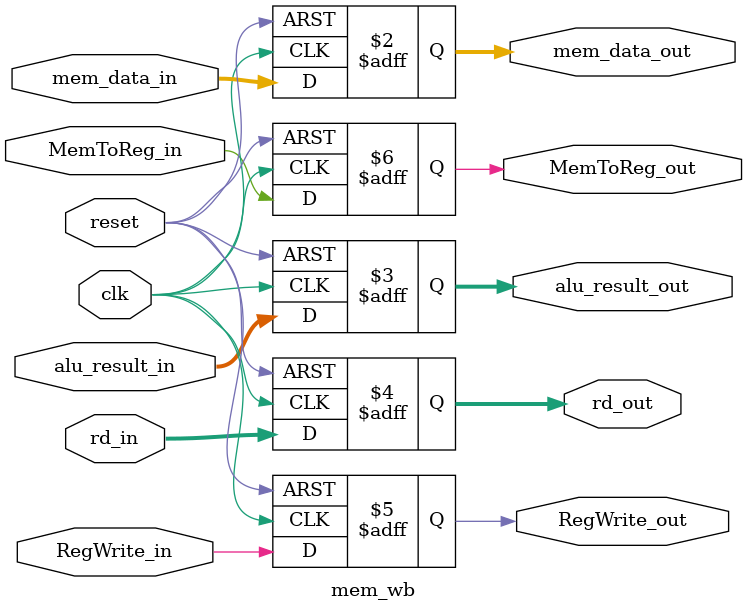
<source format=v>
module mem_wb (
    input wire clk,
    input wire reset,

    // Data Inputs
    input wire [31:0] mem_data_in,
    input wire [31:0] alu_result_in,
    input wire [4:0] rd_in,

    // Control Inputs
    input wire RegWrite_in,
    input wire MemToReg_in,

    // Data Outputs
    output reg [31:0] mem_data_out,
    output reg [31:0] alu_result_out,
    output reg [4:0] rd_out,

    // Control Outputs
    output reg RegWrite_out,
    output reg MemToReg_out
);

always @(posedge clk or posedge reset) begin
    if (reset) begin
        mem_data_out   <= 32'b0;
        alu_result_out <= 32'b0;
        rd_out         <= 5'b0;

        RegWrite_out   <= 1'b0;
        MemToReg_out   <= 1'b0;
    end else begin
        mem_data_out   <= mem_data_in;
        alu_result_out <= alu_result_in;
        rd_out         <= rd_in;

        RegWrite_out   <= RegWrite_in;
        MemToReg_out   <= MemToReg_in;
    end
end

endmodule

</source>
